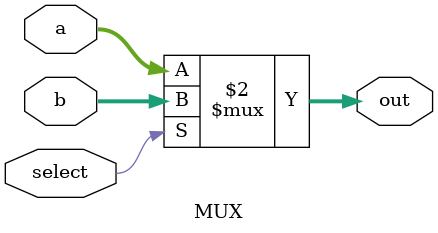
<source format=v>
module MUX (
    input [31:0] a,b,
    input  select,
    output [31:0] out
    );

assign out = (select == 1'b0) ? a : b;
endmodule

</source>
